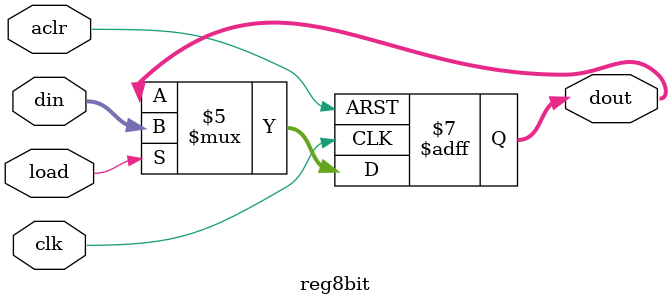
<source format=v>
module reg8bit (din, load, clk, aclr, dout);
input [7:0] din;
input load, clk, aclr;
output [7:0] dout;

reg [7:0] dout;

always @(negedge clk or posedge aclr)
begin
	if(aclr == 1'b1)
		dout = 8'b00000000;
	else if(load == 1'b1)
		dout = din;
	else
		dout = dout;
end

endmodule
</source>
